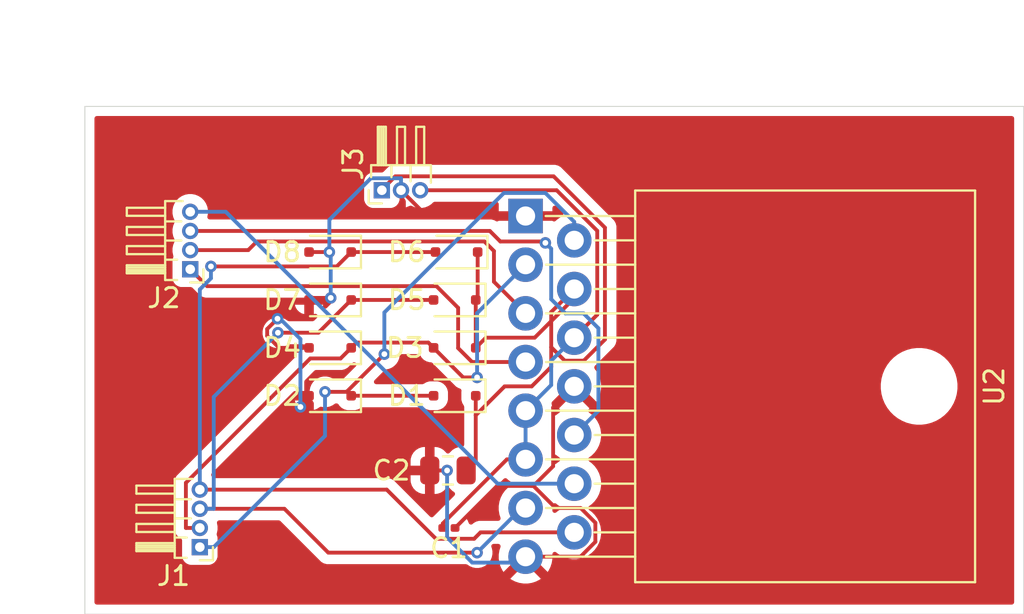
<source format=kicad_pcb>
(kicad_pcb (version 20241229) (generator "pcbnew") (generator_version "9.0")
  (layers (0 "F.Cu" signal) (2 "B.Cu" signal) (13 "F.Paste" user) (15 "B.Paste" user) (5 "F.SilkS" user "F.Silkscreen") (7 "B.SilkS" user "B.Silkscreen") (1 "F.Mask" user) (3 "B.Mask" user) (25 "Edge.Cuts" user))
  (net 0 "")
  (net 1 "+5V")
  (net 2 "GND")
  (net 3 "+24V")
  (net 4 "alim_bobine3")
  (net 5 "alim_bobine4")
  (net 6 "alim_bobine1")
  (net 7 "alim_bobine2")
  (net 8 "out_bobine1")
  (net 9 "out_bobine2")
  (net 10 "out_bobine3")
  (net 11 "out_bobine4")
  (footprint "Connector_PinHeader_1.00mm:PinHeader_1x03_P1.00mm_Horizontal" (layer "F.Cu") (at 119 29.375 90)
    (property "Reference" "J3" (at 1.375 -1.5 90) (layer "F.SilkS"))
    (property "Value" "Screw_Terminal_01x03")
    (fp_line (start -0.685 -0.685) (end 0 -0.685) (stroke (width 0.12)) (layer "F.SilkS"))
    (fp_line (start 1.31 -0.56) (end 1.31 2.56) (stroke (width 0.12)) (layer "F.SilkS"))
    (fp_line (start 0.685 -0.56) (end 1.31 -0.56) (stroke (width 0.12)) (layer "F.SilkS"))
    (fp_line (start 3.31 -0.21) (end 3.31 0.21) (stroke (width 0.12)) (layer "F.SilkS"))
    (fp_line (start 1.31 -0.21) (end 3.31 -0.21) (stroke (width 0.12)) (layer "F.SilkS"))
    (fp_line (start 1.31 -0.15) (end 3.31 -0.15) (stroke (width 0.12)) (layer "F.SilkS"))
    (fp_line (start 1.31 -0.03) (end 3.31 -0.03) (stroke (width 0.12)) (layer "F.SilkS"))
    (fp_line (start -0.685 0) (end -0.685 -0.685) (stroke (width 0.12)) (layer "F.SilkS"))
    (fp_line (start 1.31 0.09) (end 3.31 0.09) (stroke (width 0.12)) (layer "F.SilkS"))
    (fp_line (start 3.31 0.21) (end 1.31 0.21) (stroke (width 0.12)) (layer "F.SilkS"))
    (fp_line (start 0.685 0.5) (end 1.31 0.5) (stroke (width 0.12)) (layer "F.SilkS"))
    (fp_line (start 3.31 0.79) (end 3.31 1.21) (stroke (width 0.12)) (layer "F.SilkS"))
    (fp_line (start 1.31 0.79) (end 3.31 0.79) (stroke (width 0.12)) (layer "F.SilkS"))
    (fp_line (start 3.31 1.21) (end 1.31 1.21) (stroke (width 0.12)) (layer "F.SilkS"))
    (fp_line (start 0.468215 1.5) (end 1.31 1.5) (stroke (width 0.12)) (layer "F.SilkS"))
    (fp_line (start 3.31 1.79) (end 3.31 2.21) (stroke (width 0.12)) (layer "F.SilkS"))
    (fp_line (start 1.31 1.79) (end 3.31 1.79) (stroke (width 0.12)) (layer "F.SilkS"))
    (fp_line (start 3.31 2.21) (end 1.31 2.21) (stroke (width 0.12)) (layer "F.SilkS"))
    (fp_line (start 1.31 2.56) (end 0.394493 2.56) (stroke (width 0.12)) (layer "F.SilkS"))
    (pad "1" thru_hole rect (at 0 0 90) (size 0.85 0.85) (drill 0.5) (layers "*.Cu" "*.Mask") (net 3 "+24V"))
    (pad "2" thru_hole oval (at 0 1 90) (size 0.85 0.85) (drill 0.5) (layers "*.Cu" "*.Mask") (net 2 "GND"))
    (pad "3" thru_hole oval (at 0 2 90) (size 0.85 0.85) (drill 0.5) (layers "*.Cu" "*.Mask") (net 1 "+5V"))
  )
  (footprint "Diode_SMD:D_SOD-323F" (layer "F.Cu") (at 122.8 35.1 180)
    (property "Reference" "D5" (at 2.5 0 0) (layer "F.SilkS"))
    (property "Value" "D")
    (fp_line (start -1.61 0.85) (end 1.05 0.85) (stroke (width 0.12)) (layer "F.SilkS"))
    (fp_line (start -1.61 -0.85) (end 1.05 -0.85) (stroke (width 0.12)) (layer "F.SilkS"))
    (fp_line (start -1.61 -0.85) (end -1.61 0.85) (stroke (width 0.12)) (layer "F.SilkS"))
    (pad "1" smd roundrect (at -1.1 0 180) (size 0.5 0.5) (layers "F.Cu" "F.Mask" "F.Paste") (net 3 "+24V"))
    (pad "2" smd roundrect (at 1.1 0 180) (size 0.5 0.5) (layers "F.Cu" "F.Mask" "F.Paste") (net 10 "out_bobine3"))
  )
  (footprint "Package_TO_SOT_THT:TO-220-15_P2.54x2.54mm_StaggerOdd_Lead5.84mm_TabDown" (layer "F.Cu") (at 126.5 30.72 -90)
    (property "Reference" "U2" (at 8.89 -24.46 90) (layer "F.SilkS"))
    (property "Value" "L298HN")
    (fp_line (start -1.33 -5.72) (end 19.11 -5.72) (stroke (width 0.12)) (layer "F.SilkS"))
    (fp_line (start 0 -5.72) (end 0 -1.05) (stroke (width 0.12)) (layer "F.SilkS"))
    (fp_line (start 1.27 -5.72) (end 1.27 -3.606) (stroke (width 0.12)) (layer "F.SilkS"))
    (fp_line (start 2.54 -5.72) (end 2.54 -1.065) (stroke (width 0.12)) (layer "F.SilkS"))
    (fp_line (start 3.81 -5.72) (end 3.81 -3.606) (stroke (width 0.12)) (layer "F.SilkS"))
    (fp_line (start 5.08 -5.72) (end 5.08 -1.065) (stroke (width 0.12)) (layer "F.SilkS"))
    (fp_line (start 6.35 -5.72) (end 6.35 -3.606) (stroke (width 0.12)) (layer "F.SilkS"))
    (fp_line (start 7.62 -5.72) (end 7.62 -1.065) (stroke (width 0.12)) (layer "F.SilkS"))
    (fp_line (start 8.89 -5.72) (end 8.89 -3.606) (stroke (width 0.12)) (layer "F.SilkS"))
    (fp_line (start 10.16 -5.72) (end 10.16 -1.065) (stroke (width 0.12)) (layer "F.SilkS"))
    (fp_line (start 11.43 -5.72) (end 11.43 -3.606) (stroke (width 0.12)) (layer "F.SilkS"))
    (fp_line (start 12.7 -5.72) (end 12.7 -1.065) (stroke (width 0.12)) (layer "F.SilkS"))
    (fp_line (start 13.97 -5.72) (end 13.97 -3.606) (stroke (width 0.12)) (layer "F.SilkS"))
    (fp_line (start 15.24 -5.72) (end 15.24 -1.065) (stroke (width 0.12)) (layer "F.SilkS"))
    (fp_line (start 16.51 -5.72) (end 16.51 -3.606) (stroke (width 0.12)) (layer "F.SilkS"))
    (fp_line (start 17.78 -5.72) (end 17.78 -1.065) (stroke (width 0.12)) (layer "F.SilkS"))
    (fp_line (start -1.33 -23.46) (end -1.33 -5.72) (stroke (width 0.12)) (layer "F.SilkS"))
    (fp_line (start -1.33 -23.46) (end 19.11 -23.46) (stroke (width 0.12)) (layer "F.SilkS"))
    (fp_line (start 19.11 -23.46) (end 19.11 -5.72) (stroke (width 0.12)) (layer "F.SilkS"))
    (pad "" np_thru_hole circle (at 8.89 -20.54 270) (size 3.5 3.5) (drill 3.5) (layers "*.Cu" "*.Mask"))
    (pad "1" thru_hole rect (at 0 0 270) (size 1.8 1.8) (drill 1) (layers "*.Cu" "*.Mask") (net 2 "GND"))
    (pad "2" thru_hole circle (at 1.27 -2.54 270) (size 1.8 1.8) (drill 1) (layers "*.Cu" "*.Mask") (net 8 "out_bobine1"))
    (pad "3" thru_hole circle (at 2.54 0 270) (size 1.8 1.8) (drill 1) (layers "*.Cu" "*.Mask") (net 9 "out_bobine2"))
    (pad "4" thru_hole circle (at 3.81 -2.54 270) (size 1.8 1.8) (drill 1) (layers "*.Cu" "*.Mask") (net 3 "+24V"))
    (pad "5" thru_hole circle (at 5.08 0 270) (size 1.8 1.8) (drill 1) (layers "*.Cu" "*.Mask") (net 6 "alim_bobine1"))
    (pad "6" thru_hole circle (at 6.35 -2.54 270) (size 1.8 1.8) (drill 1) (layers "*.Cu" "*.Mask") (net 1 "+5V"))
    (pad "7" thru_hole circle (at 7.62 0 270) (size 1.8 1.8) (drill 1) (layers "*.Cu" "*.Mask") (net 7 "alim_bobine2"))
    (pad "8" thru_hole circle (at 8.89 -2.54 270) (size 1.8 1.8) (drill 1) (layers "*.Cu" "*.Mask") (net 2 "GND"))
    (pad "9" thru_hole circle (at 10.16 0 270) (size 1.8 1.8) (drill 1) (layers "*.Cu" "*.Mask") (net 1 "+5V"))
    (pad "10" thru_hole circle (at 11.43 -2.54 270) (size 1.8 1.8) (drill 1) (layers "*.Cu" "*.Mask") (net 4 "alim_bobine3"))
    (pad "11" thru_hole circle (at 12.7 0 270) (size 1.8 1.8) (drill 1) (layers "*.Cu" "*.Mask") (net 1 "+5V"))
    (pad "12" thru_hole circle (at 13.97 -2.54 270) (size 1.8 1.8) (drill 1) (layers "*.Cu" "*.Mask") (net 5 "alim_bobine4"))
    (pad "13" thru_hole circle (at 15.24 0 270) (size 1.8 1.8) (drill 1) (layers "*.Cu" "*.Mask") (net 10 "out_bobine3"))
    (pad "14" thru_hole circle (at 16.51 -2.54 270) (size 1.8 1.8) (drill 1) (layers "*.Cu" "*.Mask") (net 11 "out_bobine4"))
    (pad "15" thru_hole circle (at 17.78 0 270) (size 1.8 1.8) (drill 1) (layers "*.Cu" "*.Mask") (net 2 "GND"))
  )
  (footprint "Capacitor_SMD:C_0201_0603Metric" (layer "F.Cu") (at 122.5 47 180)
    (property "Reference" "C1" (at 0 -1.05 0) (layer "F.SilkS"))
    (property "Value" "100nF" (hide yes))
    (pad "1" smd roundrect (at -0.32 0 180) (size 0.46 0.4) (layers "F.Cu" "F.Mask") (net 2 "GND"))
    (pad "2" smd roundrect (at 0.32 0 180) (size 0.46 0.4) (layers "F.Cu" "F.Mask") (net 1 "+5V"))
  )
  (footprint "Diode_SMD:D_SOD-323F" (layer "F.Cu") (at 122.8 40.1 180)
    (property "Reference" "D1" (at 2.5 0 0) (layer "F.SilkS"))
    (property "Value" "D")
    (fp_line (start -1.61 0.85) (end 1.05 0.85) (stroke (width 0.12)) (layer "F.SilkS"))
    (fp_line (start -1.61 -0.85) (end 1.05 -0.85) (stroke (width 0.12)) (layer "F.SilkS"))
    (fp_line (start -1.61 -0.85) (end -1.61 0.85) (stroke (width 0.12)) (layer "F.SilkS"))
    (pad "1" smd roundrect (at -1.1 0 180) (size 0.5 0.5) (layers "F.Cu" "F.Mask" "F.Paste") (net 3 "+24V"))
    (pad "2" smd roundrect (at 1.1 0 180) (size 0.5 0.5) (layers "F.Cu" "F.Mask" "F.Paste") (net 8 "out_bobine1"))
  )
  (footprint "Diode_SMD:D_SOD-323F" (layer "F.Cu") (at 116.3 37.6 180)
    (property "Reference" "D4" (at 2.5 0 0) (layer "F.SilkS"))
    (property "Value" "D")
    (fp_line (start -1.61 0.85) (end 1.05 0.85) (stroke (width 0.12)) (layer "F.SilkS"))
    (fp_line (start -1.61 -0.85) (end 1.05 -0.85) (stroke (width 0.12)) (layer "F.SilkS"))
    (fp_line (start -1.61 -0.85) (end -1.61 0.85) (stroke (width 0.12)) (layer "F.SilkS"))
    (pad "1" smd roundrect (at -1.1 0 180) (size 0.5 0.5) (layers "F.Cu" "F.Mask" "F.Paste") (net 9 "out_bobine2"))
    (pad "2" smd roundrect (at 1.1 0 180) (size 0.5 0.5) (layers "F.Cu" "F.Mask" "F.Paste") (net 2 "GND"))
  )
  (footprint "Diode_SMD:D_SOD-323F" (layer "F.Cu") (at 116.3 32.6 180)
    (property "Reference" "D8" (at 2.5 0 0) (layer "F.SilkS"))
    (property "Value" "D")
    (fp_line (start -1.61 0.85) (end 1.05 0.85) (stroke (width 0.12)) (layer "F.SilkS"))
    (fp_line (start -1.61 -0.85) (end 1.05 -0.85) (stroke (width 0.12)) (layer "F.SilkS"))
    (fp_line (start -1.61 -0.85) (end -1.61 0.85) (stroke (width 0.12)) (layer "F.SilkS"))
    (pad "1" smd roundrect (at -1.1 0 180) (size 0.5 0.5) (layers "F.Cu" "F.Mask" "F.Paste") (net 11 "out_bobine4"))
    (pad "2" smd roundrect (at 1.1 0 180) (size 0.5 0.5) (layers "F.Cu" "F.Mask" "F.Paste") (net 2 "GND"))
  )
  (footprint "Capacitor_SMD:C_0805_2012Metric" (layer "F.Cu") (at 122.45 44 180)
    (property "Reference" "C2" (at 2.95 0 0) (layer "F.SilkS"))
    (property "Value" "47uF" (hide yes))
    (fp_line (start -0.261252 0.735) (end 0.261252 0.735) (stroke (width 0.12)) (layer "F.SilkS"))
    (fp_line (start -0.261252 -0.735) (end 0.261252 -0.735) (stroke (width 0.12)) (layer "F.SilkS"))
    (pad "1" smd roundrect (at -0.95 0 180) (size 1 1.45) (layers "F.Cu" "F.Mask" "F.Paste") (net 3 "+24V"))
    (pad "2" smd roundrect (at 0.95 0 180) (size 1 1.45) (layers "F.Cu" "F.Mask" "F.Paste") (net 2 "GND"))
  )
  (footprint "Diode_SMD:D_SOD-323F" (layer "F.Cu") (at 122.9 32.6 180)
    (property "Reference" "D6" (at 2.6 0 0) (layer "F.SilkS"))
    (property "Value" "D")
    (fp_line (start -1.61 0.85) (end 1.05 0.85) (stroke (width 0.12)) (layer "F.SilkS"))
    (fp_line (start -1.61 -0.85) (end 1.05 -0.85) (stroke (width 0.12)) (layer "F.SilkS"))
    (fp_line (start -1.61 -0.85) (end -1.61 0.85) (stroke (width 0.12)) (layer "F.SilkS"))
    (pad "1" smd roundrect (at -1.1 0 180) (size 0.5 0.5) (layers "F.Cu" "F.Mask" "F.Paste") (net 3 "+24V"))
    (pad "2" smd roundrect (at 1.1 0 180) (size 0.5 0.5) (layers "F.Cu" "F.Mask" "F.Paste") (net 11 "out_bobine4"))
  )
  (footprint "Connector_PinHeader_1.00mm:PinHeader_1x04_P1.00mm_Horizontal" (layer "F.Cu") (at 109.5 48 180)
    (property "Reference" "J1" (at 1.375 -1.5 0) (layer "F.SilkS"))
    (property "Value" "Screw_Terminal_01x04")
    (fp_line (start 3.31 3.21) (end 1.31 3.21) (stroke (width 0.12)) (layer "F.SilkS"))
    (fp_line (start 3.31 2.79) (end 3.31 3.21) (stroke (width 0.12)) (layer "F.SilkS"))
    (fp_line (start 3.31 2.21) (end 1.31 2.21) (stroke (width 0.12)) (layer "F.SilkS"))
    (fp_line (start 3.31 1.79) (end 3.31 2.21) (stroke (width 0.12)) (layer "F.SilkS"))
    (fp_line (start 3.31 1.21) (end 1.31 1.21) (stroke (width 0.12)) (layer "F.SilkS"))
    (fp_line (start 3.31 0.79) (end 3.31 1.21) (stroke (width 0.12)) (layer "F.SilkS"))
    (fp_line (start 3.31 0.21) (end 1.31 0.21) (stroke (width 0.12)) (layer "F.SilkS"))
    (fp_line (start 3.31 -0.21) (end 3.31 0.21) (stroke (width 0.12)) (layer "F.SilkS"))
    (fp_line (start 1.31 3.56) (end 0.394493 3.56) (stroke (width 0.12)) (layer "F.SilkS"))
    (fp_line (start 1.31 2.79) (end 3.31 2.79) (stroke (width 0.12)) (layer "F.SilkS"))
    (fp_line (start 1.31 1.79) (end 3.31 1.79) (stroke (width 0.12)) (layer "F.SilkS"))
    (fp_line (start 1.31 0.79) (end 3.31 0.79) (stroke (width 0.12)) (layer "F.SilkS"))
    (fp_line (start 1.31 0.09) (end 3.31 0.09) (stroke (width 0.12)) (layer "F.SilkS"))
    (fp_line (start 1.31 -0.03) (end 3.31 -0.03) (stroke (width 0.12)) (layer "F.SilkS"))
    (fp_line (start 1.31 -0.15) (end 3.31 -0.15) (stroke (width 0.12)) (layer "F.SilkS"))
    (fp_line (start 1.31 -0.21) (end 3.31 -0.21) (stroke (width 0.12)) (layer "F.SilkS"))
    (fp_line (start 1.31 -0.56) (end 1.31 3.56) (stroke (width 0.12)) (layer "F.SilkS"))
    (fp_line (start 0.685 0.5) (end 1.31 0.5) (stroke (width 0.12)) (layer "F.SilkS"))
    (fp_line (start 0.685 -0.56) (end 1.31 -0.56) (stroke (width 0.12)) (layer "F.SilkS"))
    (fp_line (start 0.468215 2.5) (end 1.31 2.5) (stroke (width 0.12)) (layer "F.SilkS"))
    (fp_line (start 0.468215 1.5) (end 1.31 1.5) (stroke (width 0.12)) (layer "F.SilkS"))
    (fp_line (start -0.685 0) (end -0.685 -0.685) (stroke (width 0.12)) (layer "F.SilkS"))
    (fp_line (start -0.685 -0.685) (end 0 -0.685) (stroke (width 0.12)) (layer "F.SilkS"))
    (pad "1" thru_hole rect (at 0 0 180) (size 0.85 0.85) (drill 0.5) (layers "*.Cu" "*.Mask") (net 8 "out_bobine1"))
    (pad "2" thru_hole oval (at 0 1 180) (size 0.85 0.85) (drill 0.5) (layers "*.Cu" "*.Mask") (net 9 "out_bobine2"))
    (pad "3" thru_hole oval (at 0 2 180) (size 0.85 0.85) (drill 0.5) (layers "*.Cu" "*.Mask") (net 10 "out_bobine3"))
    (pad "4" thru_hole oval (at 0 3 180) (size 0.85 0.85) (drill 0.5) (layers "*.Cu" "*.Mask") (net 11 "out_bobine4"))
  )
  (footprint "Diode_SMD:D_SOD-323F" (layer "F.Cu") (at 116.3 40.1 180)
    (property "Reference" "D2" (at 2.5 0 0) (layer "F.SilkS"))
    (property "Value" "D")
    (fp_line (start -1.61 0.85) (end 1.05 0.85) (stroke (width 0.12)) (layer "F.SilkS"))
    (fp_line (start -1.61 -0.85) (end 1.05 -0.85) (stroke (width 0.12)) (layer "F.SilkS"))
    (fp_line (start -1.61 -0.85) (end -1.61 0.85) (stroke (width 0.12)) (layer "F.SilkS"))
    (pad "1" smd roundrect (at -1.1 0 180) (size 0.5 0.5) (layers "F.Cu" "F.Mask" "F.Paste") (net 8 "out_bobine1"))
    (pad "2" smd roundrect (at 1.1 0 180) (size 0.5 0.5) (layers "F.Cu" "F.Mask" "F.Paste") (net 2 "GND"))
  )
  (footprint "Diode_SMD:D_SOD-323F" (layer "F.Cu") (at 122.8 37.6 180)
    (property "Reference" "D3" (at 2.6 0 0) (layer "F.SilkS"))
    (property "Value" "D")
    (fp_line (start -1.61 0.85) (end 1.05 0.85) (stroke (width 0.12)) (layer "F.SilkS"))
    (fp_line (start -1.61 -0.85) (end 1.05 -0.85) (stroke (width 0.12)) (layer "F.SilkS"))
    (fp_line (start -1.61 -0.85) (end -1.61 0.85) (stroke (width 0.12)) (layer "F.SilkS"))
    (pad "1" smd roundrect (at -1.1 0 180) (size 0.5 0.5) (layers "F.Cu" "F.Mask" "F.Paste") (net 3 "+24V"))
    (pad "2" smd roundrect (at 1.1 0 180) (size 0.5 0.5) (layers "F.Cu" "F.Mask" "F.Paste") (net 9 "out_bobine2"))
  )
  (footprint "Connector_PinHeader_1.00mm:PinHeader_1x04_P1.00mm_Horizontal" (layer "F.Cu") (at 109 33.5 180)
    (property "Reference" "J2" (at 1.375 -1.5 0) (layer "F.SilkS"))
    (property "Value" "Screw_Terminal_01x04")
    (fp_line (start 3.31 3.21) (end 1.31 3.21) (stroke (width 0.12)) (layer "F.SilkS"))
    (fp_line (start 3.31 2.79) (end 3.31 3.21) (stroke (width 0.12)) (layer "F.SilkS"))
    (fp_line (start 3.31 2.21) (end 1.31 2.21) (stroke (width 0.12)) (layer "F.SilkS"))
    (fp_line (start 3.31 1.79) (end 3.31 2.21) (stroke (width 0.12)) (layer "F.SilkS"))
    (fp_line (start 3.31 1.21) (end 1.31 1.21) (stroke (width 0.12)) (layer "F.SilkS"))
    (fp_line (start 3.31 0.79) (end 3.31 1.21) (stroke (width 0.12)) (layer "F.SilkS"))
    (fp_line (start 3.31 0.21) (end 1.31 0.21) (stroke (width 0.12)) (layer "F.SilkS"))
    (fp_line (start 3.31 -0.21) (end 3.31 0.21) (stroke (width 0.12)) (layer "F.SilkS"))
    (fp_line (start 1.31 3.56) (end 0.394493 3.56) (stroke (width 0.12)) (layer "F.SilkS"))
    (fp_line (start 1.31 2.79) (end 3.31 2.79) (stroke (width 0.12)) (layer "F.SilkS"))
    (fp_line (start 1.31 1.79) (end 3.31 1.79) (stroke (width 0.12)) (layer "F.SilkS"))
    (fp_line (start 1.31 0.79) (end 3.31 0.79) (stroke (width 0.12)) (layer "F.SilkS"))
    (fp_line (start 1.31 0.09) (end 3.31 0.09) (stroke (width 0.12)) (layer "F.SilkS"))
    (fp_line (start 1.31 -0.03) (end 3.31 -0.03) (stroke (width 0.12)) (layer "F.SilkS"))
    (fp_line (start 1.31 -0.15) (end 3.31 -0.15) (stroke (width 0.12)) (layer "F.SilkS"))
    (fp_line (start 1.31 -0.21) (end 3.31 -0.21) (stroke (width 0.12)) (layer "F.SilkS"))
    (fp_line (start 1.31 -0.56) (end 1.31 3.56) (stroke (width 0.12)) (layer "F.SilkS"))
    (fp_line (start 0.685 0.5) (end 1.31 0.5) (stroke (width 0.12)) (layer "F.SilkS"))
    (fp_line (start 0.685 -0.56) (end 1.31 -0.56) (stroke (width 0.12)) (layer "F.SilkS"))
    (fp_line (start 0.468215 2.5) (end 1.31 2.5) (stroke (width 0.12)) (layer "F.SilkS"))
    (fp_line (start 0.468215 1.5) (end 1.31 1.5) (stroke (width 0.12)) (layer "F.SilkS"))
    (fp_line (start -0.685 0) (end -0.685 -0.685) (stroke (width 0.12)) (layer "F.SilkS"))
    (fp_line (start -0.685 -0.685) (end 0 -0.685) (stroke (width 0.12)) (layer "F.SilkS"))
    (pad "1" thru_hole rect (at 0 0 180) (size 0.85 0.85) (drill 0.5) (layers "*.Cu" "*.Mask") (net 7 "alim_bobine2"))
    (pad "2" thru_hole oval (at 0 1 180) (size 0.85 0.85) (drill 0.5) (layers "*.Cu" "*.Mask") (net 6 "alim_bobine1"))
    (pad "3" thru_hole oval (at 0 2 180) (size 0.85 0.85) (drill 0.5) (layers "*.Cu" "*.Mask") (net 4 "alim_bobine3"))
    (pad "4" thru_hole oval (at 0 3 180) (size 0.85 0.85) (drill 0.5) (layers "*.Cu" "*.Mask") (net 5 "alim_bobine4"))
  )
  (footprint "Diode_SMD:D_SOD-323F" (layer "F.Cu") (at 116.3 35.1 180)
    (property "Reference" "D7" (at 2.5 0 0) (layer "F.SilkS"))
    (property "Value" "D")
    (fp_line (start -1.61 0.85) (end 1.05 0.85) (stroke (width 0.12)) (layer "F.SilkS"))
    (fp_line (start -1.61 -0.85) (end 1.05 -0.85) (stroke (width 0.12)) (layer "F.SilkS"))
    (fp_line (start -1.61 -0.85) (end -1.61 0.85) (stroke (width 0.12)) (layer "F.SilkS"))
    (pad "1" smd roundrect (at -1.1 0 180) (size 0.5 0.5) (layers "F.Cu" "F.Mask" "F.Paste") (net 10 "out_bobine3"))
    (pad "2" smd roundrect (at 1.1 0 180) (size 0.5 0.5) (layers "F.Cu" "F.Mask" "F.Paste") (net 2 "GND"))
  )
  (gr_line (start 103.5 25) (end 152.5 25) (stroke (width 0.05)) (layer "Edge.Cuts"))
  (gr_line (start 103.5 51.5) (end 103.5 25) (stroke (width 0.05)) (layer "Edge.Cuts"))
  (gr_line (start 152.5 25) (end 152.5 51.5) (stroke (width 0.05)) (layer "Edge.Cuts"))
  (gr_line (start 152.5 51.5) (end 103.5 51.5) (stroke (width 0.05)) (layer "Edge.Cuts"))
  (segment (start 130.241 31.4925) (end 130.241 35.869) (width 0.2) (layer "F.Cu") (net 1))
  (segment (start 128.123 29.375) (end 130.241 31.4925) (width 0.2) (layer "F.Cu") (net 1))
  (segment (start 130.241 35.869) (end 129.04 37.07) (width 0.2) (layer "F.Cu") (net 1))
  (segment (start 125.527 43.42) (end 126.5 43.42) (width 0.2) (layer "F.Cu") (net 1))
  (segment (start 122.18 46.7674) (end 125.527 43.42) (width 0.2) (layer "F.Cu") (net 1))
  (segment (start 122.18 47) (end 122.18 46.7674) (width 0.2) (layer "F.Cu") (net 1))
  (segment (start 121 29.375) (end 128.123 29.375) (width 0.2) (layer "F.Cu") (net 1))
  (segment (start 127.838 39.5417) (end 126.5 40.88) (width 0.2) (layer "B.Cu") (net 1))
  (segment (start 126.5 40.88) (end 126.5 43.42) (width 0.2) (layer "B.Cu") (net 1))
  (segment (start 129.04 37.07) (end 127.838 38.2717) (width 0.2) (layer "B.Cu") (net 1))
  (segment (start 127.838 38.2717) (end 127.838 39.5417) (width 0.2) (layer "B.Cu") (net 1))
  (segment (start 129.04 39.61) (end 127.939 40.711) (width 0.2) (layer "F.Cu") (net 2))
  (segment (start 127.939 43.7782) (end 126.9112 44.806) (width 0.2) (layer "F.Cu") (net 2))
  (segment (start 114.533 35.1) (end 115.2 35.1) (width 0.2) (layer "F.Cu") (net 2))
  (segment (start 113.5527 36.0803) (end 114.533 35.1) (width 0.2) (layer "F.Cu") (net 2))
  (segment (start 130.1429 46.7266) (end 130.1429 47.7252) (width 0.2) (layer "F.Cu") (net 2))
  (segment (start 129.3681 48.5) (end 126.5 48.5) (width 0.2) (layer "F.Cu") (net 2))
  (segment (start 127.939 40.711) (end 127.939 43.7782) (width 0.2) (layer "F.Cu") (net 2))
  (segment (start 115.2 40.1) (end 114.8856 40.4144) (width 0.2) (layer "F.Cu") (net 2))
  (segment (start 113.0149 36.6181) (end 113.5527 36.0803) (width 0.2) (layer "F.Cu") (net 2))
  (segment (start 121.345 30.72) (end 126.5 30.72) (width 0.2) (layer "F.Cu") (net 2))
  (segment (start 126.8004 44.806) (end 126.9112 44.806) (width 0.2) (layer "F.Cu") (net 2))
  (segment (start 114.751 40.6853) (end 114.8856 40.5507) (width 0.2) (layer "F.Cu") (net 2))
  (segment (start 114.8856 40.4144) (end 114.8856 40.5507) (width 0.2) (layer "F.Cu") (net 2))
  (segment (start 126.9112 44.806) (end 128.0652 45.96) (width 0.2) (layer "F.Cu") (net 2))
  (segment (start 122.82 47) (end 125.014 44.806) (width 0.2) (layer "F.Cu") (net 2))
  (segment (start 114.8856 40.5507) (end 118.3349 44) (width 0.2) (layer "F.Cu") (net 2))
  (segment (start 115.3059 34.9941) (end 115.2 35.1) (width 0.2) (layer "F.Cu") (net 2))
  (segment (start 125.014 44.806) (end 126.8004 44.806) (width 0.2) (layer "F.Cu") (net 2))
  (segment (start 121.5 44) (end 122.405 44) (width 0.2) (layer "F.Cu") (net 2))
  (segment (start 115.2 37.6) (end 113.6391 37.6) (width 0.2) (layer "F.Cu") (net 2))
  (segment (start 128.0652 45.96) (end 129.3763 45.96) (width 0.2) (layer "F.Cu") (net 2))
  (segment (start 130.1429 47.7252) (end 129.3681 48.5) (width 0.2) (layer "F.Cu") (net 2))
  (segment (start 113.6391 37.6) (end 113.0149 36.9758) (width 0.2) (layer "F.Cu") (net 2))
  (segment (start 118.3349 44) (end 121.5 44) (width 0.2) (layer "F.Cu") (net 2))
  (segment (start 116.3316 34.9941) (end 115.3059 34.9941) (width 0.2) (layer "F.Cu") (net 2))
  (segment (start 120 29.375) (end 121.345 30.72) (width 0.2) (layer "F.Cu") (net 2))
  (segment (start 115.2 32.6) (end 116.2601 32.6) (width 0.2) (layer "F.Cu") (net 2))
  (segment (start 113.0149 36.9758) (end 113.0149 36.6181) (width 0.2) (layer "F.Cu") (net 2))
  (segment (start 129.3763 45.96) (end 130.1429 46.7266) (width 0.2) (layer "F.Cu") (net 2))
  (via (at 113.5527 36.0803) (size 0.6) (drill 0.3) (layers "F.Cu" "B.Cu") (net 2))
  (via (at 114.751 40.6853) (size 0.6) (drill 0.3) (layers "F.Cu" "B.Cu") (net 2))
  (via (at 122.405 44) (size 0.6) (drill 0.3) (layers "F.Cu" "B.Cu") (net 2))
  (via (at 116.2601 32.6) (size 0.6) (drill 0.3) (layers "F.Cu" "B.Cu") (net 2))
  (via (at 116.3316 34.9941) (size 0.6) (drill 0.3) (layers "F.Cu" "B.Cu") (net 2))
  (segment (start 123.7176 48.808) (end 122.405 47.4954) (width 0.2) (layer "B.Cu") (net 2))
  (segment (start 120 29.375) (end 120 28.7483) (width 0.2) (layer "B.Cu") (net 2))
  (segment (start 116.2601 32.6) (end 116.3316 32.6715) (width 0.2) (layer "B.Cu") (net 2))
  (segment (start 113.5527 36.0803) (end 113.6888 36.0803) (width 0.2) (layer "B.Cu") (net 2))
  (segment (start 118.4289 28.7483) (end 116.2601 30.9171) (width 0.2) (layer "B.Cu") (net 2))
  (segment (start 122.405 47.4954) (end 122.405 44) (width 0.2) (layer "B.Cu") (net 2))
  (segment (start 114.751 37.1425) (end 114.751 40.6853) (width 0.2) (layer "B.Cu") (net 2))
  (segment (start 120 28.7483) (end 118.4289 28.7483) (width 0.2) (layer "B.Cu") (net 2))
  (segment (start 113.6888 36.0803) (end 114.751 37.1425) (width 0.2) (layer "B.Cu") (net 2))
  (segment (start 126.5 48.5) (end 126.192 48.808) (width 0.2) (layer "B.Cu") (net 2))
  (segment (start 126.192 48.808) (end 123.7176 48.808) (width 0.2) (layer "B.Cu") (net 2))
  (segment (start 116.3316 32.6715) (end 116.3316 34.9941) (width 0.2) (layer "B.Cu") (net 2))
  (segment (start 116.2601 30.9171) (end 116.2601 32.6) (width 0.2) (layer "B.Cu") (net 2))
  (segment (start 127.839 38.592) (end 127.839 37.5675) (width 0.2) (layer "F.Cu") (net 3))
  (segment (start 130.642 31.3264) (end 130.642 37.1665) (width 0.2) (layer "F.Cu") (net 3))
  (segment (start 125.408 39.61) (end 126.821 39.61) (width 0.2) (layer "F.Cu") (net 3))
  (segment (start 123.9 41.1183) (end 123.9 40.1) (width 0.2) (layer "F.Cu") (net 3))
  (segment (start 127.839 37.5675) (end 127.839 36.2071) (width 0.2) (layer "F.Cu") (net 3))
  (segment (start 127.839 36.2071) (end 129.04 35.0063) (width 0.2) (layer "F.Cu") (net 3))
  (segment (start 130.642 37.1665) (end 129.537 38.271) (width 0.2) (layer "F.Cu") (net 3))
  (segment (start 124 32.6) (end 124 35) (width 0.2) (layer "F.Cu") (net 3))
  (segment (start 127.839 35.731) (end 129.04 34.53) (width 0.2) (layer "F.Cu") (net 3))
  (segment (start 126.976 37.07) (end 127.839 36.2071) (width 0.2) (layer "F.Cu") (net 3))
  (segment (start 123.9 35.1) (end 123.9 37.6) (width 0.2) (layer "F.Cu") (net 3))
  (segment (start 119 29.3483) (end 119.699 28.649) (width 0.2) (layer "F.Cu") (net 3))
  (segment (start 124.43 37.07) (end 126.976 37.07) (width 0.2) (layer "F.Cu") (net 3))
  (segment (start 127.965 28.649) (end 130.642 31.3264) (width 0.2) (layer "F.Cu") (net 3))
  (segment (start 124 35) (end 123.9 35.1) (width 0.2) (layer "F.Cu") (net 3))
  (segment (start 129.04 35.0063) (end 129.04 34.53) (width 0.2) (layer "F.Cu") (net 3))
  (segment (start 123.9 37.6) (end 124.43 37.07) (width 0.2) (layer "F.Cu") (net 3))
  (segment (start 126.821 39.61) (end 127.839 38.592) (width 0.2) (layer "F.Cu") (net 3))
  (segment (start 129.537 38.271) (end 128.543 38.271) (width 0.2) (layer "F.Cu") (net 3))
  (segment (start 123.9 41.1183) (end 125.408 39.61) (width 0.2) (layer "F.Cu") (net 3))
  (segment (start 123.9 43.5) (end 123.9 41.1183) (width 0.2) (layer "F.Cu") (net 3))
  (segment (start 128.543 38.271) (end 127.839 37.5675) (width 0.2) (layer "F.Cu") (net 3))
  (segment (start 119.699 28.649) (end 127.965 28.649) (width 0.2) (layer "F.Cu") (net 3))
  (segment (start 127.839 36.2071) (end 127.839 35.731) (width 0.2) (layer "F.Cu") (net 3))
  (segment (start 119 29.375) (end 119 29.3483) (width 0.2) (layer "F.Cu") (net 3))
  (segment (start 123.4 44) (end 123.9 43.5) (width 0.2) (layer "F.Cu") (net 3))
  (segment (start 124.635 31.5) (end 125.184 32.0493) (width 0.2) (layer "F.Cu") (net 4))
  (segment (start 127.461 32.0493) (end 127.534 32.1223) (width 0.2) (layer "F.Cu") (net 4))
  (segment (start 125.184 32.0493) (end 127.461 32.0493) (width 0.2) (layer "F.Cu") (net 4))
  (segment (start 109 31.5) (end 124.635 31.5) (width 0.2) (layer "F.Cu") (net 4))
  (via (at 127.534 32.1223) (size 0.6) (drill 0.3) (layers "F.Cu" "B.Cu") (net 4))
  (segment (start 129.524 35.8) (end 128.576 35.8) (width 0.2) (layer "B.Cu") (net 4))
  (segment (start 127.838 32.4263) (end 127.534 32.1223) (width 0.2) (layer "B.Cu") (net 4))
  (segment (start 130.302 36.5783) (end 129.524 35.8) (width 0.2) (layer "B.Cu") (net 4))
  (segment (start 128.576 35.8) (end 127.838 35.0618) (width 0.2) (layer "B.Cu") (net 4))
  (segment (start 129.04 42.15) (end 130.302 40.888) (width 0.2) (layer "B.Cu") (net 4))
  (segment (start 127.838 35.0618) (end 127.838 32.4263) (width 0.2) (layer "B.Cu") (net 4))
  (segment (start 130.302 40.888) (end 130.302 36.5783) (width 0.2) (layer "B.Cu") (net 4))
  (segment (start 110.853 30.5) (end 125.043 44.69) (width 0.2) (layer "B.Cu") (net 5))
  (segment (start 125.043 44.69) (end 129.04 44.69) (width 0.2) (layer "B.Cu") (net 5))
  (segment (start 109 30.5) (end 110.853 30.5) (width 0.2) (layer "B.Cu") (net 5))
  (segment (start 124.85 32.5471) (end 124.85 34.15) (width 0.2) (layer "F.Cu") (net 6))
  (segment (start 124.351 32.0478) (end 124.85 32.5471) (width 0.2) (layer "F.Cu") (net 6))
  (segment (start 124.85 34.15) (end 126.5 35.8) (width 0.2) (layer "F.Cu") (net 6))
  (segment (start 112.027 32.5) (end 112.479 32.0478) (width 0.2) (layer "F.Cu") (net 6))
  (segment (start 112.479 32.0478) (end 124.351 32.0478) (width 0.2) (layer "F.Cu") (net 6))
  (segment (start 109 32.5) (end 112.027 32.5) (width 0.2) (layer "F.Cu") (net 6))
  (segment (start 121.851 34.3809) (end 109.881 34.3809) (width 0.2) (layer "F.Cu") (net 7))
  (segment (start 122.981 37.6136) (end 122.981 35.5113) (width 0.2) (layer "F.Cu") (net 7))
  (segment (start 122.981 35.5113) (end 121.851 34.3809) (width 0.2) (layer "F.Cu") (net 7))
  (segment (start 123.708 38.34) (end 122.981 37.6136) (width 0.2) (layer "F.Cu") (net 7))
  (segment (start 126.5 38.34) (end 123.708 38.34) (width 0.2) (layer "F.Cu") (net 7))
  (segment (start 109.881 34.3809) (end 109 33.5) (width 0.2) (layer "F.Cu") (net 7))
  (segment (start 117.4 40.1) (end 121.7 40.1) (width 0.2) (layer "F.Cu") (net 8))
  (segment (start 117.197 39.8972) (end 117.197 39.8619) (width 0.2) (layer "F.Cu") (net 8))
  (segment (start 117.197 39.8972) (end 117.4 40.1) (width 0.2) (layer "F.Cu") (net 8))
  (segment (start 116.034 39.8972) (end 117.197 39.8972) (width 0.2) (layer "F.Cu") (net 8))
  (segment (start 117.197 39.8619) (end 119.131 37.9277) (width 0.2) (layer "F.Cu") (net 8))
  (via (at 119.131 37.9277) (size 0.6) (drill 0.3) (layers "F.Cu" "B.Cu") (net 8))
  (via (at 116.034 39.8972) (size 0.6) (drill 0.3) (layers "F.Cu" "B.Cu") (net 8))
  (segment (start 125.368 29.5183) (end 127.534 29.5183) (width 0.2) (layer "B.Cu") (net 8))
  (segment (start 119.131 37.9277) (end 119.131 35.7545) (width 0.2) (layer "B.Cu") (net 8))
  (segment (start 119.131 35.7545) (end 125.368 29.5183) (width 0.2) (layer "B.Cu") (net 8))
  (segment (start 129.04 31.0239) (end 129.04 31.99) (width 0.2) (layer "B.Cu") (net 8))
  (segment (start 109.5 48) (end 110.227 48) (width 0.2) (layer "B.Cu") (net 8))
  (segment (start 110.227 48) (end 116.034 42.1927) (width 0.2) (layer "B.Cu") (net 8))
  (segment (start 127.534 29.5183) (end 129.04 31.0239) (width 0.2) (layer "B.Cu") (net 8))
  (segment (start 116.034 42.1927) (end 116.034 39.8972) (width 0.2) (layer "B.Cu") (net 8))
  (segment (start 121.426 37.326) (end 117.674 37.326) (width 0.2) (layer "F.Cu") (net 9))
  (segment (start 115.264 38.1543) (end 116.846 38.1543) (width 0.2) (layer "F.Cu") (net 9))
  (segment (start 109.5 47) (end 108.773 47) (width 0.2) (layer "F.Cu") (net 9))
  (segment (start 116.846 38.1543) (end 117.4 37.6) (width 0.2) (layer "F.Cu") (net 9))
  (segment (start 108.773 47) (end 108.773 44.645) (width 0.2) (layer "F.Cu") (net 9))
  (segment (start 117.674 37.326) (end 117.4 37.6) (width 0.2) (layer "F.Cu") (net 9))
  (segment (start 121.7 37.6) (end 123.245 39.1447) (width 0.2) (layer "F.Cu") (net 9))
  (segment (start 123.245 39.1447) (end 123.97 39.1447) (width 0.2) (layer "F.Cu") (net 9))
  (segment (start 108.773 44.645) (end 115.264 38.1543) (width 0.2) (layer "F.Cu") (net 9))
  (segment (start 121.7 37.6) (end 121.426 37.326) (width 0.2) (layer "F.Cu") (net 9))
  (via (at 123.97 39.1447) (size 0.6) (drill 0.3) (layers "F.Cu" "B.Cu") (net 9))
  (segment (start 123.97 35.7901) (end 123.97 39.1447) (width 0.2) (layer "B.Cu") (net 9))
  (segment (start 126.5 33.26) (end 123.97 35.7901) (width 0.2) (layer "B.Cu") (net 9))
  (segment (start 109.5 46) (end 113.916 46) (width 0.2) (layer "F.Cu") (net 10))
  (segment (start 117.4 35.1) (end 115.689 36.811) (width 0.2) (layer "F.Cu") (net 10))
  (segment (start 116.204 48.2881) (end 123.97 48.2881) (width 0.2) (layer "F.Cu") (net 10))
  (segment (start 113.916 46) (end 116.204 48.2881) (width 0.2) (layer "F.Cu") (net 10))
  (segment (start 115.689 36.811) (end 113.576 36.811) (width 0.2) (layer "F.Cu") (net 10))
  (segment (start 121.7 35.1) (end 117.4 35.1) (width 0.2) (layer "F.Cu") (net 10))
  (via (at 123.97 48.2881) (size 0.6) (drill 0.3) (layers "F.Cu" "B.Cu") (net 10))
  (via (at 113.576 36.811) (size 0.6) (drill 0.3) (layers "F.Cu" "B.Cu") (net 10))
  (segment (start 110.227 46) (end 110.227 40.1603) (width 0.2) (layer "B.Cu") (net 10))
  (segment (start 123.97 48.2881) (end 126.298 45.96) (width 0.2) (layer "B.Cu") (net 10))
  (segment (start 109.5 46) (end 110.227 46) (width 0.2) (layer "B.Cu") (net 10))
  (segment (start 110.227 40.1603) (end 113.576 36.811) (width 0.2) (layer "B.Cu") (net 10))
  (segment (start 126.298 45.96) (end 126.5 45.96) (width 0.2) (layer "B.Cu") (net 10))
  (segment (start 124.15 47.23) (end 123.815 47.5652) (width 0.2) (layer "F.Cu") (net 11))
  (segment (start 116.649 33.3513) (end 110.08 33.3513) (width 0.2) (layer "F.Cu") (net 11))
  (segment (start 121.82 47.5652) (end 119.255 45) (width 0.2) (layer "F.Cu") (net 11))
  (segment (start 123.815 47.5652) (end 121.82 47.5652) (width 0.2) (layer "F.Cu") (net 11))
  (segment (start 119.255 45) (end 109.5 45) (width 0.2) (layer "F.Cu") (net 11))
  (segment (start 117.4 32.6) (end 116.649 33.3513) (width 0.2) (layer "F.Cu") (net 11))
  (segment (start 129.04 47.23) (end 124.15 47.23) (width 0.2) (layer "F.Cu") (net 11))
  (segment (start 121.8 32.6) (end 117.4 32.6) (width 0.2) (layer "F.Cu") (net 11))
  (via (at 110.08 33.3513) (size 0.6) (drill 0.3) (layers "F.Cu" "B.Cu") (net 11))
  (segment (start 109.5 34.5517) (end 109.5 45) (width 0.2) (layer "B.Cu") (net 11))
  (segment (start 110.08 33.3513) (end 110.08 33.9715) (width 0.2) (layer "B.Cu") (net 11))
  (segment (start 110.08 33.9715) (end 109.5 34.5517) (width 0.2) (layer "B.Cu") (net 11))
  (zone (net 2) (net_name "GND") (layer "F.Cu") (connect_pads (clearance 0.5)) (min_thickness 0.25) (fill yes (thermal_gap 0.5) (thermal_bridge_width 0.5))
    (polygon (pts (xy 103.5 25) (xy 152.5 25) (xy 152.5 51.5) (xy 103.5 51.5)))
  )
)
</source>
